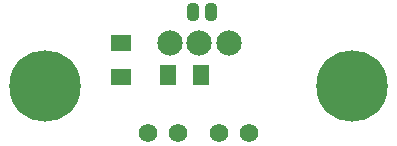
<source format=gts>
G04*
G04 #@! TF.GenerationSoftware,Altium Limited,Altium Designer,21.8.1 (53)*
G04*
G04 Layer_Color=8388736*
%FSLAX44Y44*%
%MOMM*%
G71*
G04*
G04 #@! TF.SameCoordinates,C2402ECC-2FC7-4353-9DF5-FD8D6FDF90C0*
G04*
G04*
G04 #@! TF.FilePolarity,Negative*
G04*
G01*
G75*
%ADD13R,1.3500X1.7500*%
%ADD14R,1.7500X1.3500*%
G04:AMPARAMS|DCode=15|XSize=0.95mm|YSize=1.45mm|CornerRadius=0.25mm|HoleSize=0mm|Usage=FLASHONLY|Rotation=0.000|XOffset=0mm|YOffset=0mm|HoleType=Round|Shape=RoundedRectangle|*
%AMROUNDEDRECTD15*
21,1,0.9500,0.9500,0,0,0.0*
21,1,0.4500,1.4500,0,0,0.0*
1,1,0.5000,0.2250,-0.4750*
1,1,0.5000,-0.2250,-0.4750*
1,1,0.5000,-0.2250,0.4750*
1,1,0.5000,0.2250,0.4750*
%
%ADD15ROUNDEDRECTD15*%
%ADD16C,1.5740*%
%ADD17C,6.0500*%
%ADD18C,2.1500*%
D13*
X166800Y84200D02*
D03*
X138800D02*
D03*
D14*
X98900Y111050D02*
D03*
Y83050D02*
D03*
D15*
X175450Y137500D02*
D03*
X160450D02*
D03*
D16*
X122364Y35064D02*
D03*
X147764D02*
D03*
X182363D02*
D03*
X207764D02*
D03*
D17*
X295064Y75064D02*
D03*
X35063Y75064D02*
D03*
D18*
X140463Y111063D02*
D03*
X190464D02*
D03*
X165464D02*
D03*
M02*

</source>
